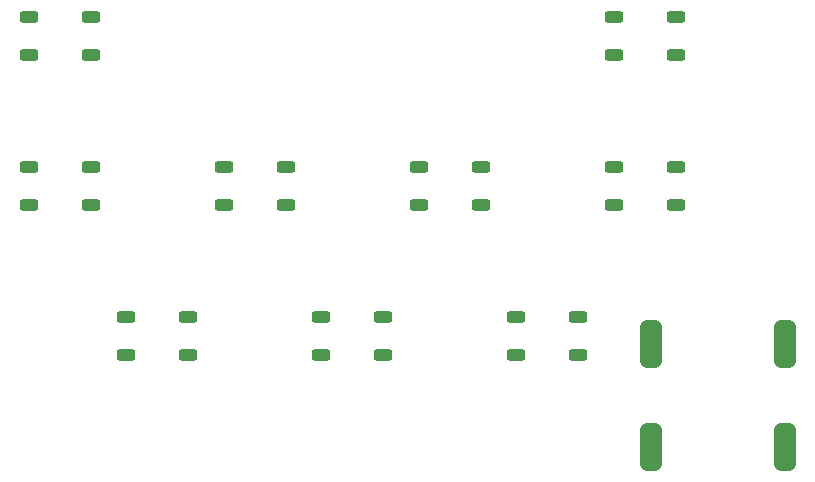
<source format=gbp>
G04 #@! TF.GenerationSoftware,KiCad,Pcbnew,7.0.8*
G04 #@! TF.CreationDate,2023-10-08T14:36:17-06:00*
G04 #@! TF.ProjectId,metal detector test,6d657461-6c20-4646-9574-6563746f7220,V2*
G04 #@! TF.SameCoordinates,Original*
G04 #@! TF.FileFunction,Paste,Bot*
G04 #@! TF.FilePolarity,Positive*
%FSLAX46Y46*%
G04 Gerber Fmt 4.6, Leading zero omitted, Abs format (unit mm)*
G04 Created by KiCad (PCBNEW 7.0.8) date 2023-10-08 14:36:17*
%MOMM*%
%LPD*%
G01*
G04 APERTURE LIST*
G04 Aperture macros list*
%AMRoundRect*
0 Rectangle with rounded corners*
0 $1 Rounding radius*
0 $2 $3 $4 $5 $6 $7 $8 $9 X,Y pos of 4 corners*
0 Add a 4 corners polygon primitive as box body*
4,1,4,$2,$3,$4,$5,$6,$7,$8,$9,$2,$3,0*
0 Add four circle primitives for the rounded corners*
1,1,$1+$1,$2,$3*
1,1,$1+$1,$4,$5*
1,1,$1+$1,$6,$7*
1,1,$1+$1,$8,$9*
0 Add four rect primitives between the rounded corners*
20,1,$1+$1,$2,$3,$4,$5,0*
20,1,$1+$1,$4,$5,$6,$7,0*
20,1,$1+$1,$6,$7,$8,$9,0*
20,1,$1+$1,$8,$9,$2,$3,0*%
G04 Aperture macros list end*
%ADD10RoundRect,0.250000X0.525000X0.250000X-0.525000X0.250000X-0.525000X-0.250000X0.525000X-0.250000X0*%
%ADD11RoundRect,0.450000X-0.450000X-1.550000X0.450000X-1.550000X0.450000X1.550000X-0.450000X1.550000X0*%
G04 APERTURE END LIST*
D10*
X27517000Y-74600000D03*
X22267000Y-74600000D03*
X27517000Y-77800000D03*
X22267000Y-77800000D03*
X35772000Y-61900000D03*
X30522000Y-61900000D03*
X35772000Y-65100000D03*
X30522000Y-65100000D03*
X44027000Y-74600000D03*
X38777000Y-74600000D03*
X44027000Y-77800000D03*
X38777000Y-77800000D03*
D11*
X66690000Y-76880000D03*
X78090000Y-76880000D03*
X78090000Y-85580000D03*
X66690000Y-85580000D03*
D10*
X19262000Y-61900000D03*
X14012000Y-61900000D03*
X19262000Y-65100000D03*
X14012000Y-65100000D03*
X60537000Y-74600000D03*
X55287000Y-74600000D03*
X60537000Y-77800000D03*
X55287000Y-77800000D03*
X68792000Y-49200000D03*
X63542000Y-49200000D03*
X68792000Y-52400000D03*
X63542000Y-52400000D03*
X19262000Y-49200000D03*
X14012000Y-49200000D03*
X19262000Y-52400000D03*
X14012000Y-52400000D03*
X52282000Y-61900000D03*
X47032000Y-61900000D03*
X52282000Y-65100000D03*
X47032000Y-65100000D03*
X68792000Y-61900000D03*
X63542000Y-61900000D03*
X68792000Y-65100000D03*
X63542000Y-65100000D03*
M02*

</source>
